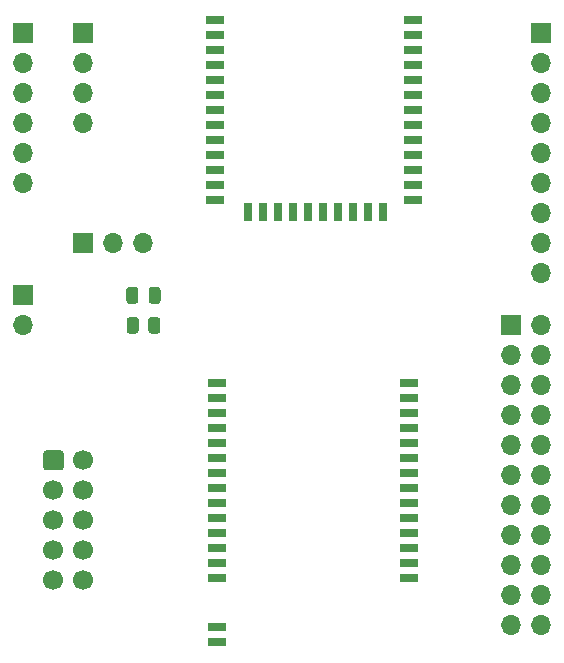
<source format=gbr>
%TF.GenerationSoftware,KiCad,Pcbnew,(5.1.9)-1*%
%TF.CreationDate,2021-03-16T13:01:06+03:00*%
%TF.ProjectId,VedgaZigBee,56656467-615a-4696-9742-65652e6b6963,rev?*%
%TF.SameCoordinates,Original*%
%TF.FileFunction,Soldermask,Top*%
%TF.FilePolarity,Negative*%
%FSLAX46Y46*%
G04 Gerber Fmt 4.6, Leading zero omitted, Abs format (unit mm)*
G04 Created by KiCad (PCBNEW (5.1.9)-1) date 2021-03-16 13:01:06*
%MOMM*%
%LPD*%
G01*
G04 APERTURE LIST*
%ADD10O,1.700000X1.700000*%
%ADD11R,1.700000X1.700000*%
%ADD12R,0.800000X1.524000*%
%ADD13R,1.524000X0.800000*%
%ADD14C,1.700000*%
G04 APERTURE END LIST*
D10*
%TO.C,J6*%
X133985000Y-111125000D03*
X133985000Y-108585000D03*
X133985000Y-106045000D03*
X133985000Y-103505000D03*
X133985000Y-100965000D03*
X133985000Y-98425000D03*
X133985000Y-95885000D03*
X133985000Y-93345000D03*
D11*
X133985000Y-90805000D03*
%TD*%
D10*
%TO.C,J7*%
X100330000Y-108585000D03*
X97790000Y-108585000D03*
D11*
X95250000Y-108585000D03*
%TD*%
D12*
%TO.C,U1*%
X120650000Y-105990000D03*
X119380000Y-105990000D03*
X118110000Y-105990000D03*
X116840000Y-105990000D03*
X115570000Y-105990000D03*
X114300000Y-105990000D03*
X113030000Y-105990000D03*
X111760000Y-105990000D03*
X110490000Y-105990000D03*
D13*
X123190000Y-104990000D03*
X123190000Y-103720000D03*
X123190000Y-102450000D03*
X123190000Y-101180000D03*
X123190000Y-99910000D03*
X123190000Y-98640000D03*
X123190000Y-97370000D03*
X123190000Y-96100000D03*
X123190000Y-94830000D03*
X123190000Y-93560000D03*
X123190000Y-92290000D03*
X123190000Y-91020000D03*
X123190000Y-89750000D03*
D12*
X109177900Y-105990000D03*
D13*
X106412000Y-104990000D03*
X106412000Y-103720000D03*
X106412000Y-102450000D03*
X106412000Y-101180000D03*
X106412000Y-99910000D03*
X106412000Y-98640000D03*
X106412000Y-97370000D03*
X106412000Y-96100000D03*
X106412000Y-94830000D03*
X106412000Y-93560000D03*
X106412000Y-92290000D03*
X106412000Y-91020000D03*
X106412000Y-89750000D03*
%TD*%
%TO.C,C1*%
G36*
G01*
X98880000Y-113505000D02*
X98880000Y-112555000D01*
G75*
G02*
X99130000Y-112305000I250000J0D01*
G01*
X99630000Y-112305000D01*
G75*
G02*
X99880000Y-112555000I0J-250000D01*
G01*
X99880000Y-113505000D01*
G75*
G02*
X99630000Y-113755000I-250000J0D01*
G01*
X99130000Y-113755000D01*
G75*
G02*
X98880000Y-113505000I0J250000D01*
G01*
G37*
G36*
G01*
X100780000Y-113505000D02*
X100780000Y-112555000D01*
G75*
G02*
X101030000Y-112305000I250000J0D01*
G01*
X101530000Y-112305000D01*
G75*
G02*
X101780000Y-112555000I0J-250000D01*
G01*
X101780000Y-113505000D01*
G75*
G02*
X101530000Y-113755000I-250000J0D01*
G01*
X101030000Y-113755000D01*
G75*
G02*
X100780000Y-113505000I0J250000D01*
G01*
G37*
%TD*%
%TO.C,J1*%
G36*
G01*
X91860000Y-127600000D02*
X91860000Y-126400000D01*
G75*
G02*
X92110000Y-126150000I250000J0D01*
G01*
X93310000Y-126150000D01*
G75*
G02*
X93560000Y-126400000I0J-250000D01*
G01*
X93560000Y-127600000D01*
G75*
G02*
X93310000Y-127850000I-250000J0D01*
G01*
X92110000Y-127850000D01*
G75*
G02*
X91860000Y-127600000I0J250000D01*
G01*
G37*
D14*
X92710000Y-129540000D03*
X92710000Y-132080000D03*
X92710000Y-134620000D03*
X92710000Y-137160000D03*
X95250000Y-127000000D03*
X95250000Y-129540000D03*
X95250000Y-132080000D03*
X95250000Y-134620000D03*
X95250000Y-137160000D03*
%TD*%
D11*
%TO.C,J2*%
X90170000Y-113030000D03*
D10*
X90170000Y-115570000D03*
%TD*%
D11*
%TO.C,J3*%
X131445000Y-115570000D03*
D10*
X133985000Y-115570000D03*
X131445000Y-118110000D03*
X133985000Y-118110000D03*
X131445000Y-120650000D03*
X133985000Y-120650000D03*
X131445000Y-123190000D03*
X133985000Y-123190000D03*
X131445000Y-125730000D03*
X133985000Y-125730000D03*
X131445000Y-128270000D03*
X133985000Y-128270000D03*
X131445000Y-130810000D03*
X133985000Y-130810000D03*
X131445000Y-133350000D03*
X133985000Y-133350000D03*
X131445000Y-135890000D03*
X133985000Y-135890000D03*
X131445000Y-138430000D03*
X133985000Y-138430000D03*
X131445000Y-140970000D03*
X133985000Y-140970000D03*
%TD*%
D11*
%TO.C,J4*%
X90170000Y-90805000D03*
D10*
X90170000Y-93345000D03*
X90170000Y-95885000D03*
X90170000Y-98425000D03*
X90170000Y-100965000D03*
X90170000Y-103505000D03*
%TD*%
D11*
%TO.C,J5*%
X95250000Y-90805000D03*
D10*
X95250000Y-93345000D03*
X95250000Y-95885000D03*
X95250000Y-98425000D03*
%TD*%
%TO.C,R1*%
G36*
G01*
X98905000Y-116020002D02*
X98905000Y-115119998D01*
G75*
G02*
X99154998Y-114870000I249998J0D01*
G01*
X99680002Y-114870000D01*
G75*
G02*
X99930000Y-115119998I0J-249998D01*
G01*
X99930000Y-116020002D01*
G75*
G02*
X99680002Y-116270000I-249998J0D01*
G01*
X99154998Y-116270000D01*
G75*
G02*
X98905000Y-116020002I0J249998D01*
G01*
G37*
G36*
G01*
X100730000Y-116020002D02*
X100730000Y-115119998D01*
G75*
G02*
X100979998Y-114870000I249998J0D01*
G01*
X101505002Y-114870000D01*
G75*
G02*
X101755000Y-115119998I0J-249998D01*
G01*
X101755000Y-116020002D01*
G75*
G02*
X101505002Y-116270000I-249998J0D01*
G01*
X100979998Y-116270000D01*
G75*
G02*
X100730000Y-116020002I0J249998D01*
G01*
G37*
%TD*%
D13*
%TO.C,U2*%
X122823000Y-136945000D03*
X122823000Y-135675000D03*
X122823000Y-134405000D03*
X122823000Y-133135000D03*
X122823000Y-131865000D03*
X122823000Y-130595000D03*
X122823000Y-129325000D03*
X122823000Y-128055000D03*
X122823000Y-126785000D03*
X122823000Y-125515000D03*
X122823000Y-124245000D03*
X122823000Y-122975000D03*
X122823000Y-121705000D03*
X122823000Y-120435000D03*
X106525000Y-136945000D03*
X106525000Y-135675000D03*
X106525000Y-134405000D03*
X106525000Y-133135000D03*
X106525000Y-131865000D03*
X106525000Y-130595000D03*
X106525000Y-129325000D03*
X106525000Y-128055000D03*
X106525000Y-126785000D03*
X106525000Y-125515000D03*
X106525000Y-124245000D03*
X106525000Y-122975000D03*
X106525000Y-121705000D03*
X106525000Y-120435000D03*
X106525000Y-141145000D03*
X106525000Y-142415000D03*
%TD*%
M02*

</source>
